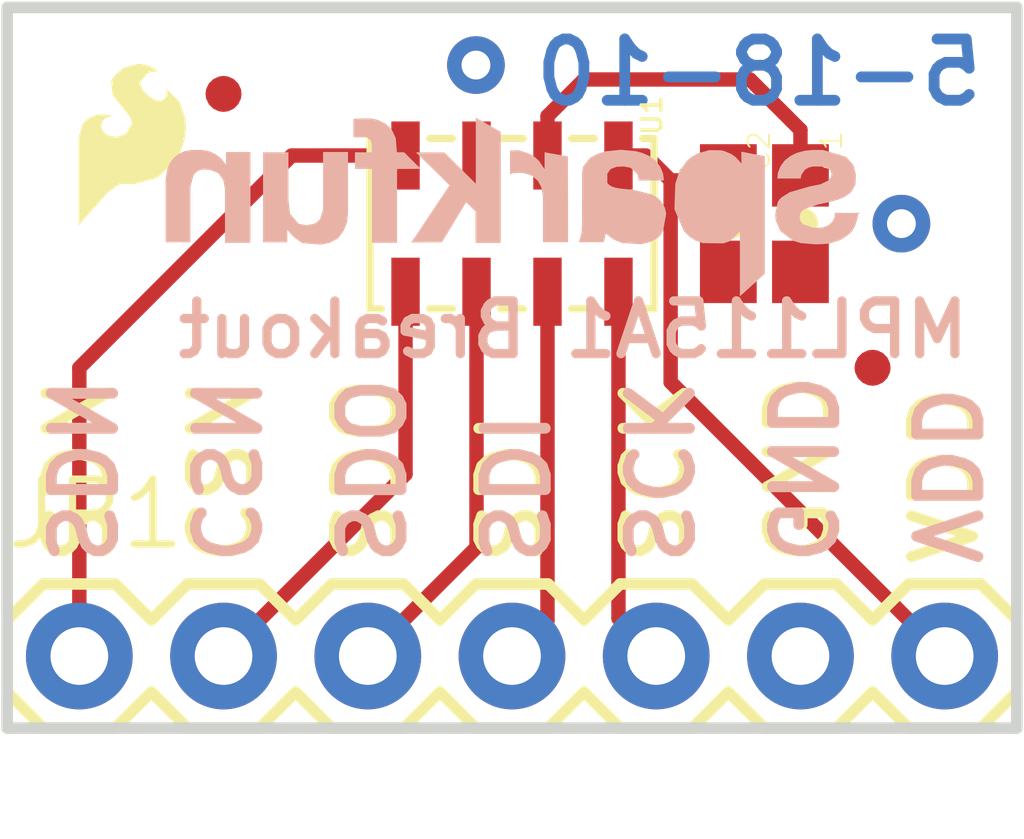
<source format=kicad_pcb>
(kicad_pcb (version 20211014) (generator pcbnew)
  (layers (0 "F.Cu" signal) (31 "B.Cu" signal) (34 "B.Paste" user) (35 "F.Paste" user) (36 "B.SilkS" user "B.Silkscreen") (37 "F.SilkS" user "F.Silkscreen") (38 "B.Mask" user) (39 "F.Mask" user) (44 "Edge.Cuts" user))
  (net 0 "")
  (net 1 "SHDN")
  (net 2 "GND")
  (net 3 "CAP")
  (net 4 "VDD")
  (net 5 "SCLK")
  (net 6 "DIN")
  (net 7 "DOUT")
  (net 8 "CSN")
  (footprint "boardEagle:MICRO-FIDUCIAL" (layer "F.Cu") (at 154.8511 105.0036)
    (fp_text reference "FID2" hide)
    (fp_text value "FIDUCIALUFIDUCIAL" hide)
    (pad "1" smd roundrect (at 0 0) (size 0.635 0.635) (layers "F.Cu" "F.Mask") (roundrect_rratio 0.5))
  )
  (footprint "boardEagle:1X07" (layer "F.Cu") (at 140.8811 110.0836)
    (fp_text reference "JP1" (at -1.3462 -1.8288) (layer "F.SilkS") (effects (font (size 1.143 1.143) (thickness 0.127)) (justify left bottom)))
    (fp_text value "")
    (fp_line (start 1.27 -0.635) (end 1.905 -1.27) (layer "F.SilkS") (width 0.2032))
    (fp_line (start 0.635 1.27) (end -0.635 1.27) (layer "F.SilkS") (width 0.2032))
    (fp_line (start 9.525 -1.27) (end 10.795 -1.27) (layer "F.SilkS") (width 0.2032))
    (fp_line (start 13.335 1.27) (end 12.065 1.27) (layer "F.SilkS") (width 0.2032))
    (fp_line (start 6.35 0.635) (end 5.715 1.27) (layer "F.SilkS") (width 0.2032))
    (fp_line (start 14.605 -1.27) (end 15.875 -1.27) (layer "F.SilkS") (width 0.2032))
    (fp_line (start 1.905 1.27) (end 1.27 0.635) (layer "F.SilkS") (width 0.2032))
    (fp_line (start 5.715 1.27) (end 4.445 1.27) (layer "F.SilkS") (width 0.2032))
    (fp_line (start 12.065 1.27) (end 11.43 0.635) (layer "F.SilkS") (width 0.2032))
    (fp_line (start 11.43 -0.635) (end 12.065 -1.27) (layer "F.SilkS") (width 0.2032))
    (fp_line (start -0.635 -1.27) (end -1.27 -0.635) (layer "F.SilkS") (width 0.2032))
    (fp_line (start 8.255 -1.27) (end 8.89 -0.635) (layer "F.SilkS") (width 0.2032))
    (fp_line (start 4.445 1.27) (end 3.81 0.635) (layer "F.SilkS") (width 0.2032))
    (fp_line (start 13.335 -1.27) (end 13.97 -0.635) (layer "F.SilkS") (width 0.2032))
    (fp_line (start 3.81 0.635) (end 3.175 1.27) (layer "F.SilkS") (width 0.2032))
    (fp_line (start 14.605 -1.27) (end 13.97 -0.635) (layer "F.SilkS") (width 0.2032))
    (fp_line (start 8.89 0.635) (end 8.255 1.27) (layer "F.SilkS") (width 0.2032))
    (fp_line (start 15.875 1.27) (end 14.605 1.27) (layer "F.SilkS") (width 0.2032))
    (fp_line (start 1.27 0.635) (end 0.635 1.27) (layer "F.SilkS") (width 0.2032))
    (fp_line (start 10.795 -1.27) (end 11.43 -0.635) (layer "F.SilkS") (width 0.2032))
    (fp_line (start 0.635 -1.27) (end 1.27 -0.635) (layer "F.SilkS") (width 0.2032))
    (fp_line (start 15.875 -1.27) (end 16.51 -0.635) (layer "F.SilkS") (width 0.2032))
    (fp_line (start 5.715 -1.27) (end 6.35 -0.635) (layer "F.SilkS") (width 0.2032))
    (fp_line (start -1.27 0.635) (end -0.635 1.27) (layer "F.SilkS") (width 0.2032))
    (fp_line (start 9.525 1.27) (end 8.89 0.635) (layer "F.SilkS") (width 0.2032))
    (fp_line (start 12.065 -1.27) (end 13.335 -1.27) (layer "F.SilkS") (width 0.2032))
    (fp_line (start 16.51 0.635) (end 15.875 1.27) (layer "F.SilkS") (width 0.2032))
    (fp_line (start 4.445 -1.27) (end 5.715 -1.27) (layer "F.SilkS") (width 0.2032))
    (fp_line (start 1.905 -1.27) (end 3.175 -1.27) (layer "F.SilkS") (width 0.2032))
    (fp_line (start 6.985 -1.27) (end 8.255 -1.27) (layer "F.SilkS") (width 0.2032))
    (fp_line (start 10.795 1.27) (end 9.525 1.27) (layer "F.SilkS") (width 0.2032))
    (fp_line (start -1.27 -0.635) (end -1.27 0.635) (layer "F.SilkS") (width 0.2032))
    (fp_line (start 6.35 0.635) (end 6.985 1.27) (layer "F.SilkS") (width 0.2032))
    (fp_line (start 6.985 -1.27) (end 6.35 -0.635) (layer "F.SilkS") (width 0.2032))
    (fp_line (start -0.635 -1.27) (end 0.635 -1.27) (layer "F.SilkS") (width 0.2032))
    (fp_line (start 3.175 -1.27) (end 3.81 -0.635) (layer "F.SilkS") (width 0.2032))
    (fp_line (start 13.97 0.635) (end 14.605 1.27) (layer "F.SilkS") (width 0.2032))
    (fp_line (start 11.43 0.635) (end 10.795 1.27) (layer "F.SilkS") (width 0.2032))
    (fp_line (start 8.255 1.27) (end 6.985 1.27) (layer "F.SilkS") (width 0.2032))
    (fp_line (start 8.89 -0.635) (end 9.525 -1.27) (layer "F.SilkS") (width 0.2032))
    (fp_line (start 3.81 -0.635) (end 4.445 -1.27) (layer "F.SilkS") (width 0.2032))
    (fp_line (start 13.97 0.635) (end 13.335 1.27) (layer "F.SilkS") (width 0.2032))
    (fp_line (start 16.51 -0.635) (end 16.51 0.635) (layer "F.SilkS") (width 0.2032))
    (fp_line (start 3.175 1.27) (end 1.905 1.27) (layer "F.SilkS") (width 0.2032))
    (pad "1" thru_hole circle (at 0 0 90) (size 1.8796 1.8796) (drill 1.016) (layers *.Cu *.Mask) (net 1 "SHDN"))
    (pad "2" thru_hole circle (at 2.54 0 90) (size 1.8796 1.8796) (drill 1.016) (layers *.Cu *.Mask) (net 8 "CSN"))
    (pad "3" thru_hole circle (at 5.08 0 90) (size 1.8796 1.8796) (drill 1.016) (layers *.Cu *.Mask) (net 7 "DOUT"))
    (pad "4" thru_hole circle (at 7.62 0 90) (size 1.8796 1.8796) (drill 1.016) (layers *.Cu *.Mask) (net 6 "DIN"))
    (pad "5" thru_hole circle (at 10.16 0 90) (size 1.8796 1.8796) (drill 1.016) (layers *.Cu *.Mask) (net 5 "SCLK"))
    (pad "6" thru_hole circle (at 12.7 0 90) (size 1.8796 1.8796) (drill 1.016) (layers *.Cu *.Mask) (net 2 "GND"))
    (pad "7" thru_hole circle (at 15.24 0 90) (size 1.8796 1.8796) (drill 1.016) (layers *.Cu *.Mask) (net 4 "VDD"))
  )
  (footprint "boardEagle:MICRO-FIDUCIAL" (layer "F.Cu") (at 143.4211 100.1776)
    (fp_text reference "FID1" hide)
    (fp_text value "FIDUCIALUFIDUCIAL" hide)
    (pad "1" smd roundrect (at 0 0) (size 0.635 0.635) (layers "F.Cu" "F.Mask") (roundrect_rratio 0.5))
  )
  (footprint "boardEagle:0603-CAP" (layer "F.Cu") (at 152.3111 102.4636 -90)
    (fp_text reference "C2" (at -0.889 -0.762 -90) (layer "F.SilkS") (effects (font (size 0.373888 0.373888) (thickness 0.032512)) (justify left bottom)))
    (fp_text value "1uF")
    (fp_line (start 0 -0.0305) (end 0 0.0305) (layer "F.SilkS") (width 0.5588))
    (pad "1" smd rect (at -0.85 0 270) (size 1.1 1) (layers "F.Cu" "F.Paste" "F.Mask") (net 4 "VDD"))
    (pad "2" smd rect (at 0.85 0 270) (size 1.1 1) (layers "F.Cu" "F.Paste" "F.Mask") (net 2 "GND"))
  )
  (footprint "boardEagle:LGA8" (layer "F.Cu") (at 148.5011 102.4636 -90)
    (fp_text reference "U1" (at -1.524 -2.667 -90) (layer "F.SilkS") (effects (font (size 0.34544 0.34544) (thickness 0.06096)) (justify left bottom)))
    (fp_text value "MPL115A")
    (fp_line (start 1.5 1.45) (end 1.5 1.05) (layer "F.SilkS") (width 0.127))
    (fp_line (start 1.5 -2.5) (end 1.5 -2.3) (layer "F.SilkS") (width 0.127))
    (fp_line (start 1.5 -2.5) (end -1.5 -2.5) (layer "F.SilkS") (width 0.127))
    (fp_line (start -1.5 2.5) (end 1.5 2.5) (layer "F.SilkS") (width 0.127))
    (fp_line (start 1.5 2.3) (end 1.5 2.5) (layer "F.SilkS") (width 0.127))
    (fp_line (start -1.5 -2.5) (end -1.5 -2.3) (layer "F.SilkS") (width 0.127))
    (fp_line (start 1.5 0.2) (end 1.5 -0.2) (layer "F.SilkS") (width 0.127))
    (fp_line (start -1.5 0.2) (end -1.5 -0.2) (layer "F.SilkS") (width 0.127))
    (fp_line (start -1.5 -1.05) (end -1.5 -1.45) (layer "F.SilkS") (width 0.127))
    (fp_line (start 1.5 -1.05) (end 1.5 -1.45) (layer "F.SilkS") (width 0.127))
    (fp_line (start -1.5 2.3) (end -1.5 2.5) (layer "F.SilkS") (width 0.127))
    (fp_line (start -1.5 1.45) (end -1.5 1.05) (layer "F.SilkS") (width 0.127))
    (fp_circle (center -0.38 -2.14) (end -0.33 -2.14) (layer "F.SilkS") (width 0.127) (fill none))
    (pad "1" smd rect (at -1.2 -1.875 270) (size 1.2 0.5) (layers "F.Cu" "F.Paste" "F.Mask") (net 4 "VDD"))
    (pad "2" smd rect (at -1.2 -0.625 270) (size 1.2 0.5) (layers "F.Cu" "F.Paste" "F.Mask") (net 3 "CAP"))
    (pad "3" smd rect (at -1.2 0.625 270) (size 1.2 0.5) (layers "F.Cu" "F.Paste" "F.Mask") (net 2 "GND"))
    (pad "4" smd rect (at -1.2 1.875 270) (size 1.2 0.5) (layers "F.Cu" "F.Paste" "F.Mask") (net 1 "SHDN"))
    (pad "5" smd rect (at 1.2 1.875 270) (size 1.2 0.5) (layers "F.Cu" "F.Paste" "F.Mask") (net 8 "CSN"))
    (pad "6" smd rect (at 1.2 0.625 270) (size 1.2 0.5) (layers "F.Cu" "F.Paste" "F.Mask") (net 7 "DOUT"))
    (pad "7" smd rect (at 1.2 -0.625 270) (size 1.2 0.5) (layers "F.Cu" "F.Paste" "F.Mask") (net 6 "DIN"))
    (pad "8" smd rect (at 1.2 -1.875 270) (size 1.2 0.5) (layers "F.Cu" "F.Paste" "F.Mask") (net 5 "SCLK"))
  )
  (footprint "boardEagle:SFE-LOGO-FLAME" (layer "F.Cu") (at 140.8811 102.4636)
    (fp_text reference "JP2" hide)
    (fp_text value "LOGO-SFESK" hide)
    (fp_poly (pts (xy 1.126002 -2.808203) (xy 1.215449 -2.785829) (xy 1.228477 -2.780783) (xy 1.240149 -2.774875) (xy 1.25686 -2.766576) (xy 1.275552 -2.759834) (xy 1.371694 -2.7026) (xy 1.3793 -2.7026) (xy 1.3793 -2.6772) (xy 1.306833 -2.6772) (xy 1.208418 -2.657914) (xy 1.074855 -2.495286) (xy 1.079365 -2.436825) (xy 1.12809 -2.341869) (xy 1.204666 -2.265196) (xy 1.294069 -2.200638) (xy 1.369348 -2.168824) (xy 1.450737 -2.171632) (xy 1.458864 -2.174186) (xy 1.466257 -2.177389) (xy 1.530514 -2.236956) (xy 1.5368 -2.259812) (xy 1.5368 -2.377938) (xy 1.763707 -2.148127) (xy 1.868186 -1.856841) (xy 1.871603 -1.856894) (xy 1.87806 -1.650435) (xy 1.848857 -1.45742) (xy 1.785308 -1.272842) (xy 1.6663 -1.061578) (xy 1.6663 -1.080581) (xy 1.378131 -0.80901) (xy 0.982239 -0.6985) (xy 0.753005 -0.6985) (xy 0.716201 -0.692046) (xy 0.681776 -0.679592) (xy 0.496322 -0.541784) (xy -0.0126 0.03091) (xy -0.0126 -1.52077) (xy 0.060004 -1.761967) (xy 0.168295 -1.865489) (xy 0.307122 -1.917522) (xy 0.4039 -1.925089) (xy 0.499384 -1.917623) (xy 0.55991 -1.908099) (xy 0.557788 -1.884433) (xy 0.522216 -1.885242) (xy 0.501784 -1.876141) (xy 0.420519 -1.817154) (xy 0.400722 -1.79067) (xy 0.390395 -1.7285) (xy 0.400905 -1.665229) (xy 0.421405 -1.625174) (xy 0.452343 -1.592685) (xy 0.546535 -1.54355) (xy 0.652229 -1.531742) (xy 0.742768 -1.550084) (xy 0.82422 -1.589656) (xy 0.92203 -1.754659) (xy 0.907706 -1.848844) (xy 0.850914 -1.930401) (xy 0.584707 -2.263237) (xy 0.561667 -2.510855) (xy 0.627495 -2.621556) (xy 0.629042 -2.623103) (xy 0.778901 -2.74712) (xy 1.032676 -2.817064)) (layer "F.SilkS") (width 0) (fill solid))
  )
  (footprint "boardEagle:0603-CAP" (layer "F.Cu") (at 153.5811 102.4636 -90)
    (fp_text reference "C1" (at -0.889 -0.762 -90) (layer "F.SilkS") (effects (font (size 0.373888 0.373888) (thickness 0.032512)) (justify left bottom)))
    (fp_text value "1uF")
    (fp_line (start 0 -0.0305) (end 0 0.0305) (layer "F.SilkS") (width 0.5588))
    (pad "1" smd rect (at -0.85 0 270) (size 1.1 1) (layers "F.Cu" "F.Paste" "F.Mask") (net 3 "CAP"))
    (pad "2" smd rect (at 0.85 0 270) (size 1.1 1) (layers "F.Cu" "F.Paste" "F.Mask") (net 2 "GND"))
  )
  (footprint "boardEagle:SFE-NEW-WEB" (layer "B.Cu") (at 154.5971 103.7336 180)
    (fp_text reference "JP3" hide)
    (fp_text value "LOGO-SFENW2" hide)
    (fp_line (start 11.1201 2.5171) (end 11.1201 2.2962) (layer "B.SilkS") (width 0.0254))
    (fp_line (start 12.1818 0.955) (end 11.7729 0.955) (layer "B.SilkS") (width 0.0254))
    (fp_line (start 10.7163 2.5171) (end 11.1201 2.5171) (layer "B.SilkS") (width 0.0254))
    (fp_line (start 11.1379 1.8136) (end 11.1379 0.9449) (layer "B.SilkS") (width 0.0254))
    (fp_line (start 11.7729 0.955) (end 11.7729 1.9202) (layer "B.SilkS") (width 0.0254))
    (fp_line (start 12.1818 2.0091) (end 12.1818 0.955) (layer "B.SilkS") (width 0.0254))
    (fp_line (start 10.7163 0.9449) (end 10.7163 2.5171) (layer "B.SilkS") (width 0.0254))
    (fp_line (start 11.1379 0.9449) (end 10.7163 0.9449) (layer "B.SilkS") (width 0.0254))
    (fp_line (start 11.1201 2.2962) (end 11.1277 2.2962) (layer "B.SilkS") (width 0.0254))
    (fp_arc (start 11.4198 2.2327) (mid 11.475702 2.235165) (end 11.5316 2.2377) (layer "B.SilkS") (width 0.0254))
    (fp_arc (start 11.1277 2.2962) (mid 11.137379 2.298176) (end 11.1455 2.3038) (layer "B.SilkS") (width 0.0254))
    (fp_arc (start 11.5672 2.5552) (mid 11.411238 2.523841) (end 11.2725 2.446) (layer "B.SilkS") (width 0.0254))
    (fp_arc (start 11.7145 2.1311) (mid 11.664346 2.1894) (end 11.5976 2.2276) (layer "B.SilkS") (width 0.0254))
    (fp_arc (start 11.4198 2.2327) (mid 11.334441 2.214452) (end 11.259799 2.1692) (layer "B.SilkS") (width 0.0254))
    (fp_arc (start 12.1488 2.232699) (mid 12.104013 2.336521) (end 12.0345 2.4257) (layer "B.SilkS") (width 0.0254))
    (fp_arc (start 11.1862 2.3571) (mid 11.172158 2.338081) (end 11.1582 2.319) (layer "B.SilkS") (width 0.0254))
    (fp_arc (start 11.1379 1.8821) (mid 11.137681 1.84785) (end 11.1379 1.8136) (layer "B.SilkS") (width 0.0254))
    (fp_arc (start 11.1684 2.0396) (mid 11.146105 1.962214) (end 11.1379 1.8821) (layer "B.SilkS") (width 0.0254))
    (fp_arc (start 12.1818 2.0091) (mid 12.172765 2.122002) (end 12.1488 2.2327) (layer "B.SilkS") (width 0.0254))
    (fp_arc (start 11.5976 2.2276) (mid 11.565101 2.235925) (end 11.5316 2.2377) (layer "B.SilkS") (width 0.0254))
    (fp_arc (start 11.7729 1.9202) (mid 11.758038 2.02962) (end 11.7145 2.1311) (layer "B.SilkS") (width 0.0254))
    (fp_arc (start 11.7678 2.5502) (mid 11.667584 2.556058) (end 11.5672 2.5552) (layer "B.SilkS") (width 0.0254))
    (fp_arc (start 11.2725 2.446) (mid 11.226399 2.404414) (end 11.1862 2.3571) (layer "B.SilkS") (width 0.0254))
    (fp_arc (start 11.1455 2.3038) (mid 11.152103 2.311188) (end 11.1582 2.319) (layer "B.SilkS") (width 0.0254))
    (fp_arc (start 11.2598 2.1692) (mid 11.206137 2.110016) (end 11.1684 2.0396) (layer "B.SilkS") (width 0.0254))
    (fp_arc (start 12.0345 2.425699) (mid 11.911985 2.51116) (end 11.7678 2.5502) (layer "B.SilkS") (width 0.0254))
    (fp_poly (pts (xy 6.7335 1.97376) (xy 7.284539 2.5248) (xy 7.78835 2.5248) (xy 7.197009 1.946483) (xy 7.869909 0.937183) (xy 7.330929 0.939835) (xy 6.903958 1.643716) (xy 6.7386 1.483032) (xy 6.7386 0.9296) (xy 6.306639 0.9296) (xy 6.2941 0.942139) (xy 6.2941 2.887776) (xy 6.7335 3.138467)) (layer "B.SilkS") (width 0) (fill solid))
    (fp_poly (pts (xy 11.770768 2.56283) (xy 12.043428 2.435548) (xy 12.160999 2.237024) (xy 12.1945 2.010032) (xy 12.1945 0.9423) (xy 11.7602 0.9423) (xy 11.7602 1.918474) (xy 11.70302 2.124971) (xy 11.656141 2.179464) (xy 11.593345 2.215403) (xy 11.53092 2.224956) (xy 11.476269 2.222478) (xy 11.422495 2.220106) (xy 11.268 2.158791) (xy 11.18035 2.034508) (xy 11.1506 1.880883) (xy 11.1506 0.9322) (xy 10.7036 0.9322) (xy 10.7036 2.5298) (xy 11.1328 2.5298) (xy 11.1328 2.310454) (xy 11.136857 2.313263) (xy 11.148195 2.326834) (xy 11.161924 2.345602) (xy 11.176241 2.364992) (xy 11.217267 2.413279) (xy 11.265048 2.456381) (xy 11.406772 2.535896) (xy 11.566093 2.567932)) (layer "B.SilkS") (width 0) (fill solid))
    (fp_poly (pts (xy 8.809435 3.119895) (xy 8.875117 3.1166) (xy 8.89 3.1166) (xy 8.89 2.7889) (xy 8.869112 2.7889) (xy 8.841108 2.7915) (xy 8.660351 2.7915) (xy 8.587936 2.740064) (xy 8.571192 2.699602) (xy 8.5649 2.653436) (xy 8.5649 2.5273) (xy 8.8621 2.5273) (xy 8.8621 2.2352) (xy 8.5623 2.2352) (xy 8.5623 0.9322) (xy 8.1204 0.9322) (xy 8.1204 2.232779) (xy 7.70383 2.235391) (xy 7.995739 2.5273) (xy 8.1255 2.5273) (xy 8.1255 2.560826) (xy 8.143432 2.77702) (xy 8.219199 2.938937) (xy 8.324367 3.032939) (xy 8.449534 3.095959) (xy 8.586403 3.1242) (xy 8.743112 3.1242)) (layer "B.SilkS") (width 0) (fill solid))
    (fp_poly (pts (xy 2.834651 2.506079) (xy 2.92707 2.450683) (xy 3.011605 2.383731) (xy 3.1267 2.221709) (xy 3.1267 2.263503) (xy 3.219434 1.972794) (xy 3.236098 1.526727) (xy 3.068933 1.135798) (xy 2.975978 1.041462) (xy 2.864973 0.970996) (xy 2.740356 0.92713) (xy 2.372489 0.922) (xy 2.370226 0.922) (xy 2.254471 0.962806) (xy 2.0828 1.127587) (xy 2.0828 -0.010757) (xy 1.6434 0.385552) (xy 1.6434 2.45912) (xy 2.057593 2.537568) (xy 2.055012 2.330538) (xy 2.068304 2.345345) (xy 2.15812 2.442839) (xy 2.234107 2.497896) (xy 2.368681 2.552194) (xy 2.419192 2.562883) (xy 2.620347 2.565422)) (layer "B.SilkS") (width 0) (fill solid))
    (fp_poly (pts (xy 1.201557 2.290098) (xy 1.414074 2.156268) (xy 1.42383 2.065) (xy 1.01008 2.065) (xy 1.00135 2.126336) (xy 0.936084 2.220524) (xy 0.871818 2.257603) (xy 0.798545 2.2758) (xy 0.628591 2.2758) (xy 0.583991 2.267366) (xy 0.541641 2.251683) (xy 0.51157 2.232098) (xy 0.488615 2.205726) (xy 0.469153 2.152745) (xy 0.474605 2.097619) (xy 0.521549 2.031824) (xy 0.664468 1.962838) (xy 0.866638 1.922444) (xy 1.206678 1.822687) (xy 1.354318 1.729494) (xy 1.389578 1.692366) (xy 1.416579 1.648151) (xy 1.460229 1.440208) (xy 1.447804 1.4376) (xy 1.460484 1.436955) (xy 1.457817 1.384541) (xy 1.452657 1.33034) (xy 1.371775 1.140043) (xy 1.14885 0.969822) (xy 1.013381 0.927267) (xy 0.74708 0.904177) (xy 0.617383 0.909691) (xy 0.487493 0.922202) (xy 0.306845 0.984179) (xy 0.185213 1.061804) (xy 0.109225 1.132023) (xy 0.056988 1.2215) (xy 0.013059 1.350644) (xy 0.002577 1.410659) (xy -0.00152 1.469003) (xy 0.738195 1.10308) (xy 1.120535 1.189415) (xy 1.224069 1.497645) (xy 0.809011 1.723764) (xy 0.364394 1.98847) (xy 0.308075 2.310537) (xy 0.741882 2.423672)) (layer "B.SilkS") (width 0) (fill solid))
    (fp_poly (pts (xy 4.444983 2.544915) (xy 4.588724 2.501712) (xy 4.72259 2.430523) (xy 4.844814 2.271666) (xy 4.859671 2.1819) (xy 4.8616 2.1819) (xy 4.8616 1.6891) (xy 4.864173 1.6891) (xy 4.861603 1.242544) (xy 4.871819 1.108765) (xy 4.906709 0.979276) (xy 4.920484 0.9423) (xy 4.495275 0.9423) (xy 4.477494 0.951279) (xy 4.472002 0.970735) (xy 4.468249 0.985133) (xy 4.446292 1.084946) (xy 4.440321 1.089528) (xy 4.438946 1.088886) (xy 4.309064 0.98859) (xy 4.153188 0.927249) (xy 3.824183 0.906712) (xy 3.683825 0.938256) (xy 3.554173 1.000134) (xy 3.486826 1.05665) (xy 3.437273 1.130532) (xy 3.3807 1.444163) (xy 3.3807 1.446675) (xy 3.401941 1.543624) (xy 3.446308 1.632822) (xy 3.527788 1.722902) (xy 3.632416 1.784766) (xy 3.937258 1.861632) (xy 4.048648 1.873601) (xy 4.159032 1.884616) (xy 4.224808 1.893434) (xy 4.289167 1.907055) (xy 4.336271 1.923637) (xy 4.379043 1.948303) (xy 4.407461 1.974391) (xy 4.413402 1.982997) (xy 4.4171 1.991455) (xy 4.4171 2.14983) (xy 4.358226 2.232254) (xy 4.254396 2.270917) (xy 4.188033 2.274326) (xy 4.120968 2.275774) (xy 4.006679 2.25395) (xy 3.883049 2.131716) (xy 3.8659 2.045941) (xy 3.8659 2.0295) (xy 3.429 2.0295) (xy 3.429 2.040006) (xy 3.418965 2.041638) (xy 3.439259 2.166448) (xy 3.491292 2.283494) (xy 3.571378 2.383462) (xy 3.674008 2.459597) (xy 3.791998 2.513469) (xy 3.916944 2.547448) (xy 4.18103 2.571338)) (layer "B.SilkS") (width 0) (fill solid))
    (fp_poly (pts (xy 0.803285 2.567895) (xy 0.944243 2.553799) (xy 1.081508 2.516334) (xy 1.193542 2.461399) (xy 1.291841 2.383865) (xy 1.357039 2.297824) (xy 1.377068 2.257603) (xy 1.393653 2.216867) (xy 1.417283 2.151914) (xy 1.353784 2.105111) (xy 1.152335 2.254241) (xy 0.736496 2.387002) (xy 0.372563 2.277101) (xy 0.417885 2.019712) (xy 1.241556 1.540676) (xy 1.263422 1.497067) (xy 1.147655 1.152457) (xy 0.724605 1.058492) (xy -0.038666 1.4605) (xy 0.4115 1.4605) (xy 0.4115 1.443466) (xy 0.420402 1.369907) (xy 0.454647 1.305856) (xy 0.524204 1.243359) (xy 0.610838 1.206018) (xy 0.637726 1.200933) (xy 0.665996 1.198897) (xy 0.7328 1.198389) (xy 0.79791 1.198884) (xy 0.968129 1.258019) (xy 1.007666 1.302193) (xy 1.028603 1.358428) (xy 1.025789 1.425439) (xy 0.995864 1.485288) (xy 0.943734 1.527918) (xy 0.715431 1.605731) (xy 0.533161 1.644154) (xy 0.351479 1.692254) (xy 0.230117 1.743632) (xy 0.122357 1.822697) (xy 0.0457 1.960096) (xy 0.0457 1.963141) (xy 0.038572 2.135467) (xy 0.0838 2.300409) (xy 0.0838 2.303445) (xy 0.206233 2.444416) (xy 0.620397 2.567885) (xy 0.71245 2.568634)) (layer "B.SilkS") (width 0) (fill solid))
    (fp_poly (pts (xy 9.4234 1.520809) (xy 9.472888 1.359974) (xy 9.516069 1.308185) (xy 9.573108 1.271734) (xy 9.714103 1.241374) (xy 9.853529 1.268908) (xy 10.003067 1.442966) (xy 10.033 1.684784) (xy 10.033 2.5273) (xy 10.48 2.5273) (xy 10.48 0.9398) (xy 10.0533 0.9398) (xy 10.0533 1.159713) (xy 9.961626 1.051965) (xy 9.823848 0.946774) (xy 9.797269 0.933513) (xy 9.76873 0.924761) (xy 9.46843 0.899096) (xy 9.311419 0.929258) (xy 9.173895 1.0008) (xy 9.172522 1.0008) (xy 9.155194 1.014756) (xy 9.141833 1.028106) (xy 9.055991 1.150842) (xy 9.0022 1.291099) (xy 8.984 1.439423) (xy 8.984 2.5324) (xy 9.4234 2.5324)) (layer "B.SilkS") (width 0) (fill solid))
    (fp_poly (pts (xy 6.1316 2.557116) (xy 6.1316 2.1463) (xy 6.115783 2.1463) (xy 6.10653 2.147054) (xy 6.097893 2.149211) (xy 6.068387 2.157247) (xy 6.038922 2.161538) (xy 5.96265 2.16474) (xy 5.887609 2.16159) (xy 5.731931 2.107297) (xy 5.637642 2.018651) (xy 5.577302 1.903423) (xy 5.5499 1.736362) (xy 5.5499 0.9423) (xy 5.107878 0.9423) (xy 5.110519 2.454146) (xy 5.522 2.527255) (xy 5.522 2.234211) (xy 5.526569 2.235704) (xy 5.544428 2.262537) (xy 5.578841 2.314524) (xy 5.613758 2.367854) (xy 5.686736 2.438162) (xy 5.778008 2.498223) (xy 5.979984 2.565515)) (layer "B.SilkS") (width 0) (fill solid))
  )
  (gr_line (start 139.6111 111.3536) (end 139.6111 98.6536) (layer "Edge.Cuts") (width 0.2032))
  (gr_line (start 139.6111 98.6536) (end 157.3911 98.6536) (layer "Edge.Cuts") (width 0.2032))
  (gr_line (start 157.3911 111.3536) (end 139.6111 111.3536) (layer "Edge.Cuts") (width 0.2032))
  (gr_line (start 157.3911 98.6536) (end 157.3911 111.3536) (layer "Edge.Cuts") (width 0.2032))
  (gr_text "5-18-10" (at 156.8831 100.4316) (layer "B.Cu") (effects (font (size 1.0795 1.0795) (thickness 0.1905)) (justify left bottom mirror)))
  (gr_text "SDI" (at 147.8661 108.5596 -90) (layer "B.SilkS") (effects (font (size 1.0795 1.0795) (thickness 0.1905)) (justify left bottom mirror)))
  (gr_text "VDD" (at 155.4861 108.5596 -90) (layer "B.SilkS") (effects (font (size 1.0795 1.0795) (thickness 0.1905)) (justify left bottom mirror)))
  (gr_text "CSN" (at 142.7861 108.5596 -90) (layer "B.SilkS") (effects (font (size 1.0795 1.0795) (thickness 0.1905)) (justify left bottom mirror)))
  (gr_text "SDN" (at 140.2461 108.5596 -90) (layer "B.SilkS") (effects (font (size 1.0795 1.0795) (thickness 0.1905)) (justify left bottom mirror)))
  (gr_text "SDO" (at 145.3261 108.5596 -90) (layer "B.SilkS") (effects (font (size 1.0795 1.0795) (thickness 0.1905)) (justify left bottom mirror)))
  (gr_text "MPL115A1 Breakout" (at 156.6291 104.8766) (layer "B.SilkS") (effects (font (size 0.92837 0.92837) (thickness 0.16383)) (justify left bottom mirror)))
  (gr_text "SCK" (at 150.4061 108.5596 -90) (layer "B.SilkS") (effects (font (size 1.0795 1.0795) (thickness 0.1905)) (justify left bottom mirror)))
  (gr_text "GND" (at 152.9461 108.5596 -90) (layer "B.SilkS") (effects (font (size 1.0795 1.0795) (thickness 0.1905)) (justify left bottom mirror)))
  (gr_text "SDN" (at 141.5161 108.5596 90) (layer "F.SilkS") (effects (font (size 1.0795 1.0795) (thickness 0.1905)) (justify left bottom)))
  (gr_text "GND" (at 154.2161 108.5596 90) (layer "F.SilkS") (effects (font (size 1.0795 1.0795) (thickness 0.1905)) (justify left bottom)))
  (gr_text "SDO" (at 146.5961 108.5596 90) (layer "F.SilkS") (effects (font (size 1.0795 1.0795) (thickness 0.1905)) (justify left bottom)))
  (gr_text "SCK" (at 151.6761 108.5596 90) (layer "F.SilkS") (effects (font (size 1.0795 1.0795) (thickness 0.1905)) (justify left bottom)))
  (gr_text "VDD" (at 156.7561 108.5596 90) (layer "F.SilkS") (effects (font (size 1.0795 1.0795) (thickness 0.1905)) (justify left bottom)))
  (gr_text "CSN" (at 144.0561 108.5596 90) (layer "F.SilkS") (effects (font (size 1.0795 1.0795) (thickness 0.1905)) (justify left bottom)))
  (gr_text "SDI" (at 149.1361 108.5596 90) (layer "F.SilkS") (effects (font (size 1.0795 1.0795) (thickness 0.1905)) (justify left bottom)))
  (segment (start 140.8811 105.0036) (end 144.6211 101.2636) (width 0.254) (layer "F.Cu") (net 1))
  (segment (start 140.8811 110.0836) (end 140.8811 105.0036) (width 0.254) (layer "F.Cu") (net 1))
  (segment (start 144.6211 101.2636) (end 146.6261 101.2636) (width 0.254) (layer "F.Cu") (net 1))
  (via (at 147.8661 99.6696) (size 1.016) (drill 0.508) (layers "F.Cu" "B.Cu") (net 2))
  (via (at 155.3591 102.4636) (size 1.016) (drill 0.508) (layers "F.Cu" "B.Cu") (net 2))
  (segment (start 153.5811 100.8126) (end 153.5811 101.6136) (width 0.254) (layer "F.Cu") (net 3))
  (segment (start 152.6921 99.9236) (end 153.5811 100.8126) (width 0.254) (layer "F.Cu") (net 3))
  (segment (start 149.1261 101.2636) (end 149.1261 100.5686) (width 0.254) (layer "F.Cu") (net 3))
  (segment (start 149.1261 100.5686) (end 149.7711 99.9236) (width 0.254) (layer "F.Cu") (net 3))
  (segment (start 149.7711 99.9236) (end 152.6921 99.9236) (width 0.254) (layer "F.Cu") (net 3))
  (segment (start 151.2951 105.2576) (end 151.2951 101.7016) (width 0.254) (layer "F.Cu") (net 4))
  (segment (start 151.2951 101.7016) (end 152.2231 101.7016) (width 0.254) (layer "F.Cu") (net 4))
  (segment (start 150.8571 101.2636) (end 150.3761 101.2636) (width 0.254) (layer "F.Cu") (net 4))
  (segment (start 156.1211 110.0836) (end 151.2951 105.2576) (width 0.254) (layer "F.Cu") (net 4))
  (segment (start 152.2231 101.7016) (end 152.3111 101.6136) (width 0.254) (layer "F.Cu") (net 4))
  (segment (start 151.2951 101.7016) (end 150.8571 101.2636) (width 0.254) (layer "F.Cu") (net 4))
  (segment (start 150.3761 109.4186) (end 150.3761 103.6636) (width 0.254) (layer "F.Cu") (net 5))
  (segment (start 151.0411 110.0836) (end 150.3761 109.4186) (width 0.254) (layer "F.Cu") (net 5))
  (segment (start 149.1261 109.4586) (end 149.1261 103.6636) (width 0.254) (layer "F.Cu") (net 6))
  (segment (start 148.5011 110.0836) (end 149.1261 109.4586) (width 0.254) (layer "F.Cu") (net 6))
  (segment (start 147.8761 108.1686) (end 147.8761 103.6636) (width 0.254) (layer "F.Cu") (net 7))
  (segment (start 145.9611 110.0836) (end 147.8761 108.1686) (width 0.254) (layer "F.Cu") (net 7))
  (segment (start 143.4211 110.0836) (end 146.6261 106.8786) (width 0.254) (layer "F.Cu") (net 8))
  (segment (start 146.6261 106.8786) (end 146.6261 103.6636) (width 0.254) (layer "F.Cu") (net 8))
)
</source>
